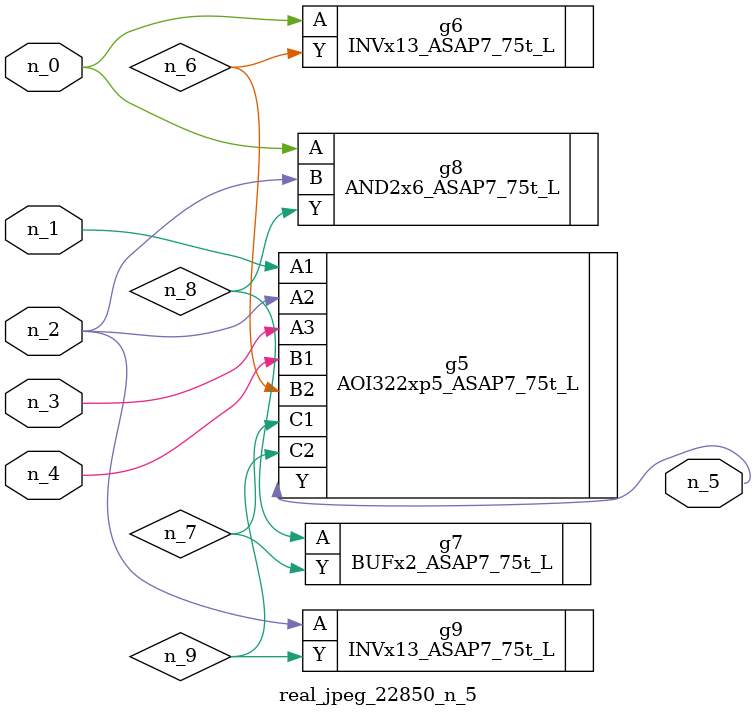
<source format=v>
module real_jpeg_22850_n_5 (n_4, n_0, n_1, n_2, n_3, n_5);

input n_4;
input n_0;
input n_1;
input n_2;
input n_3;

output n_5;

wire n_8;
wire n_6;
wire n_7;
wire n_9;

INVx13_ASAP7_75t_L g6 ( 
.A(n_0),
.Y(n_6)
);

AND2x6_ASAP7_75t_L g8 ( 
.A(n_0),
.B(n_2),
.Y(n_8)
);

AOI322xp5_ASAP7_75t_L g5 ( 
.A1(n_1),
.A2(n_2),
.A3(n_3),
.B1(n_4),
.B2(n_6),
.C1(n_7),
.C2(n_9),
.Y(n_5)
);

INVx13_ASAP7_75t_L g9 ( 
.A(n_2),
.Y(n_9)
);

BUFx2_ASAP7_75t_L g7 ( 
.A(n_8),
.Y(n_7)
);


endmodule
</source>
